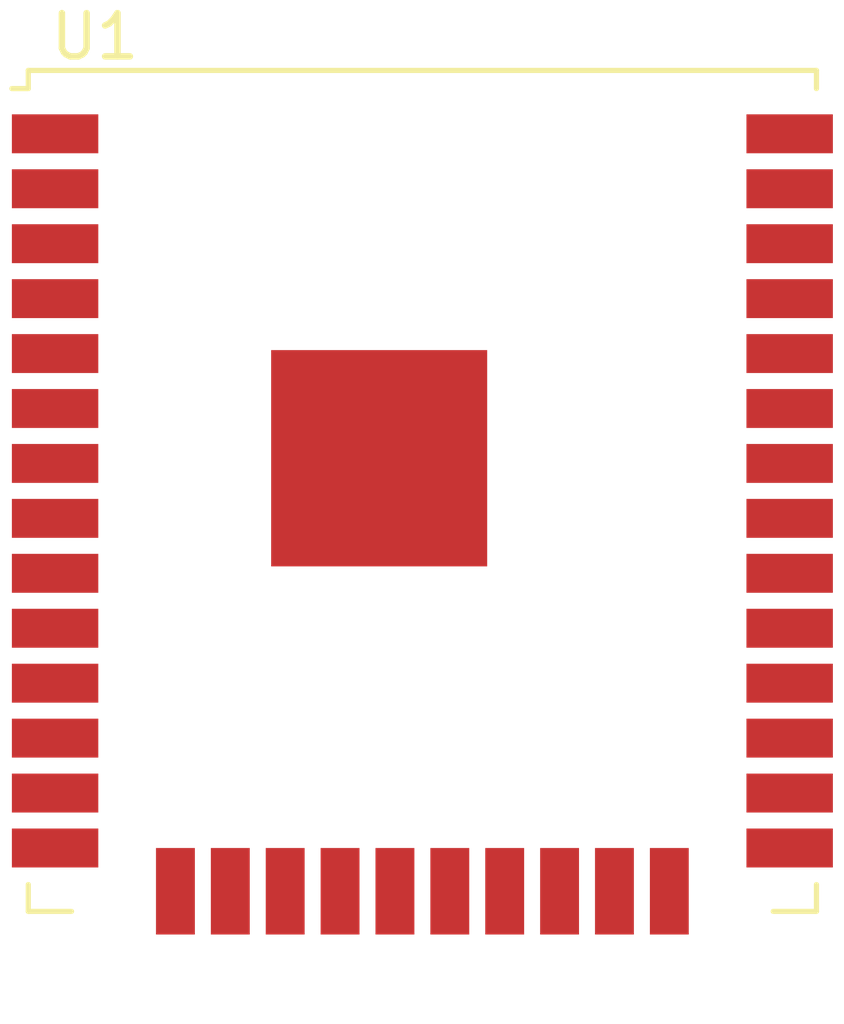
<source format=kicad_pcb>
(kicad_pcb (version 20211014) (generator pcbnew)
  (layers (0 "F.Cu" signal) (31 "B.Cu" signal) (34 "B.Paste" user) (35 "F.Paste" user) (36 "B.SilkS" user "B.Silkscreen") (37 "F.SilkS" user "F.Silkscreen") (38 "B.Mask" user) (39 "F.Mask" user) (44 "Edge.Cuts" user))
  (net 0 "")
  (net 1 "Net-(U1-Pad1)")
  (footprint "RF_Module:ESP32-WROOM-32U" (layer "F.Cu") (at 94.98 84.575)
    (fp_text reference "U1" (at -7.58 -10.5 180) (layer "F.SilkS"))
    (fp_text value "ESP32-WROOM-32U")
    (fp_line (start 9.12 9.72) (end 8.12 9.72) (layer "F.SilkS") (width 0.12))
    (fp_line (start -9.12 -9.3) (end -9.5 -9.3) (layer "F.SilkS") (width 0.12))
    (fp_line (start -9.12 9.1) (end -9.12 9.72) (layer "F.SilkS") (width 0.12))
    (fp_line (start 9.12 -9.72) (end 9.12 -9.3) (layer "F.SilkS") (width 0.12))
    (fp_line (start -9.12 9.72) (end -8.12 9.72) (layer "F.SilkS") (width 0.12))
    (fp_line (start -9.12 -9.72) (end -9.12 -9.3) (layer "F.SilkS") (width 0.12))
    (fp_line (start 9.12 9.1) (end 9.12 9.72) (layer "F.SilkS") (width 0.12))
    (fp_line (start -9.12 -9.72) (end 9.12 -9.72) (layer "F.SilkS") (width 0.12))
    (pad "1" smd rect (at -8.5 -8.255) (size 2 0.9) (layers "F.Cu" "F.Paste" "F.Mask") (net 1 "Net-(U1-Pad1)"))
    (pad "2" smd rect (at -8.5 -6.985) (size 2 0.9) (layers "F.Cu" "F.Paste" "F.Mask"))
    (pad "3" smd rect (at -8.5 -5.715) (size 2 0.9) (layers "F.Cu" "F.Paste" "F.Mask"))
    (pad "4" smd rect (at -8.5 -4.445) (size 2 0.9) (layers "F.Cu" "F.Paste" "F.Mask"))
    (pad "5" smd rect (at -8.5 -3.175) (size 2 0.9) (layers "F.Cu" "F.Paste" "F.Mask"))
    (pad "6" smd rect (at -8.5 -1.905) (size 2 0.9) (layers "F.Cu" "F.Paste" "F.Mask"))
    (pad "7" smd rect (at -8.5 -0.635) (size 2 0.9) (layers "F.Cu" "F.Paste" "F.Mask"))
    (pad "8" smd rect (at -8.5 0.635) (size 2 0.9) (layers "F.Cu" "F.Paste" "F.Mask"))
    (pad "9" smd rect (at -8.5 1.905) (size 2 0.9) (layers "F.Cu" "F.Paste" "F.Mask"))
    (pad "10" smd rect (at -8.5 3.175) (size 2 0.9) (layers "F.Cu" "F.Paste" "F.Mask"))
    (pad "11" smd rect (at -8.5 4.445) (size 2 0.9) (layers "F.Cu" "F.Paste" "F.Mask"))
    (pad "12" smd rect (at -8.5 5.715) (size 2 0.9) (layers "F.Cu" "F.Paste" "F.Mask"))
    (pad "13" smd rect (at -8.5 6.985) (size 2 0.9) (layers "F.Cu" "F.Paste" "F.Mask"))
    (pad "14" smd rect (at -8.5 8.255) (size 2 0.9) (layers "F.Cu" "F.Paste" "F.Mask"))
    (pad "15" smd rect (at -5.715 9.255 270) (size 2 0.9) (layers "F.Cu" "F.Paste" "F.Mask") (net 1 "Net-(U1-Pad1)"))
    (pad "16" smd rect (at -4.445 9.255 90) (size 2 0.9) (layers "F.Cu" "F.Paste" "F.Mask"))
    (pad "17" smd rect (at -3.175 9.255 90) (size 2 0.9) (layers "F.Cu" "F.Paste" "F.Mask"))
    (pad "18" smd rect (at -1.905 9.255 90) (size 2 0.9) (layers "F.Cu" "F.Paste" "F.Mask"))
    (pad "19" smd rect (at -0.635 9.255 90) (size 2 0.9) (layers "F.Cu" "F.Paste" "F.Mask"))
    (pad "20" smd rect (at 0.635 9.255 90) (size 2 0.9) (layers "F.Cu" "F.Paste" "F.Mask"))
    (pad "21" smd rect (at 1.905 9.255 90) (size 2 0.9) (layers "F.Cu" "F.Paste" "F.Mask"))
    (pad "22" smd rect (at 3.175 9.255 90) (size 2 0.9) (layers "F.Cu" "F.Paste" "F.Mask"))
    (pad "23" smd rect (at 4.445 9.255 90) (size 2 0.9) (layers "F.Cu" "F.Paste" "F.Mask"))
    (pad "24" smd rect (at 5.715 9.255 90) (size 2 0.9) (layers "F.Cu" "F.Paste" "F.Mask"))
    (pad "25" smd rect (at 8.5 8.255) (size 2 0.9) (layers "F.Cu" "F.Paste" "F.Mask"))
    (pad "26" smd rect (at 8.5 6.985) (size 2 0.9) (layers "F.Cu" "F.Paste" "F.Mask"))
    (pad "27" smd rect (at 8.5 5.715) (size 2 0.9) (layers "F.Cu" "F.Paste" "F.Mask"))
    (pad "28" smd rect (at 8.5 4.445) (size 2 0.9) (layers "F.Cu" "F.Paste" "F.Mask"))
    (pad "29" smd rect (at 8.5 3.175) (size 2 0.9) (layers "F.Cu" "F.Paste" "F.Mask"))
    (pad "30" smd rect (at 8.5 1.905) (size 2 0.9) (layers "F.Cu" "F.Paste" "F.Mask"))
    (pad "31" smd rect (at 8.5 0.635) (size 2 0.9) (layers "F.Cu" "F.Paste" "F.Mask"))
    (pad "32" smd rect (at 8.5 -0.635) (size 2 0.9) (layers "F.Cu" "F.Paste" "F.Mask"))
    (pad "33" smd rect (at 8.5 -1.905) (size 2 0.9) (layers "F.Cu" "F.Paste" "F.Mask"))
    (pad "34" smd rect (at 8.5 -3.175) (size 2 0.9) (layers "F.Cu" "F.Paste" "F.Mask"))
    (pad "35" smd rect (at 8.5 -4.445) (size 2 0.9) (layers "F.Cu" "F.Paste" "F.Mask"))
    (pad "36" smd rect (at 8.5 -5.715) (size 2 0.9) (layers "F.Cu" "F.Paste" "F.Mask"))
    (pad "37" smd rect (at 8.5 -6.985) (size 2 0.9) (layers "F.Cu" "F.Paste" "F.Mask"))
    (pad "38" smd rect (at 8.5 -8.255) (size 2 0.9) (layers "F.Cu" "F.Paste" "F.Mask") (net 1 "Net-(U1-Pad1)"))
    (pad "39" smd rect (at -1 -0.755) (size 5 5) (layers "F.Cu" "F.Paste" "F.Mask") (net 1 "Net-(U1-Pad1)"))
  )
)
</source>
